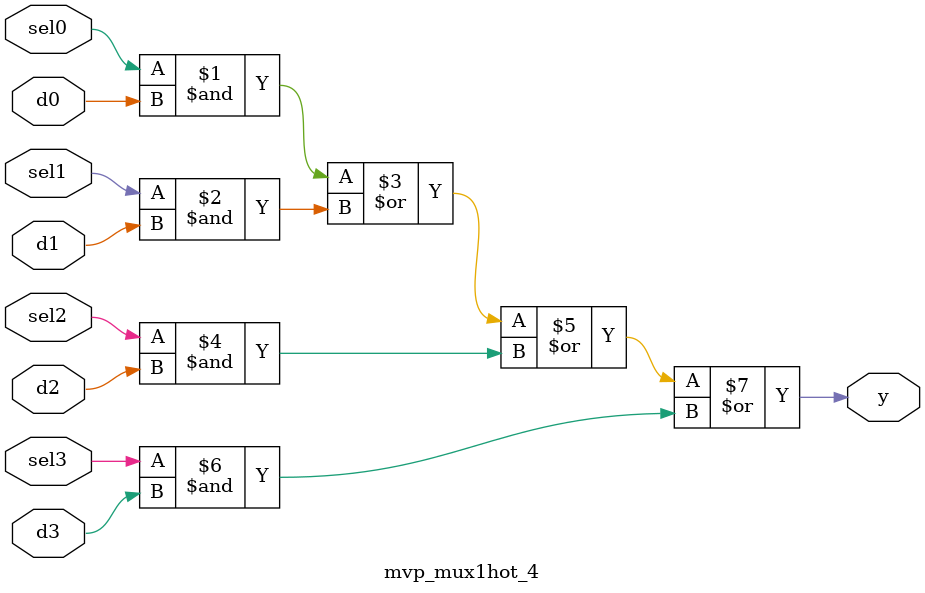
<source format=v>
`include "m14k_const.vh"
module mvp_mux1hot_4(
	y,
	sel0,
	d0,
	sel1,
	d1,
	sel2,
	d2,
	sel3,
	d3
);
// synopsys template
parameter WIDTH = 1;

output [WIDTH-1:0]	y;

input			sel0;
input			sel1;
input			sel2;
input			sel3;
input  [WIDTH-1:0]	d0;
input  [WIDTH-1:0]	d1;
input  [WIDTH-1:0]	d2;
input  [WIDTH-1:0]	d3;


 assign y = 
	{WIDTH{sel0}} & d0 |
	{WIDTH{sel1}} & d1 |
	{WIDTH{sel2}} & d2 |
	{WIDTH{sel3}} & d3 ;


endmodule

</source>
